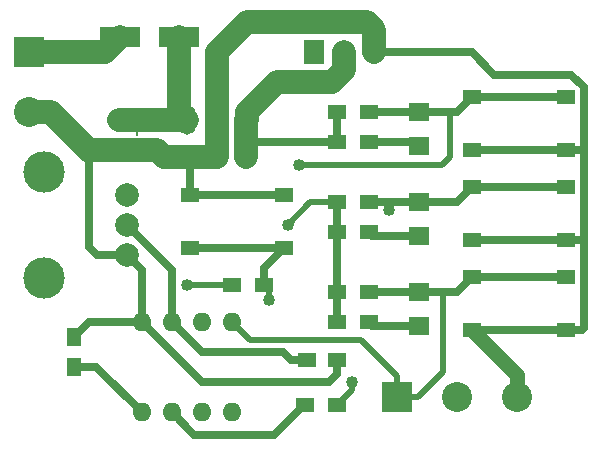
<source format=gtl>
G04 #@! TF.FileFunction,Copper,L1,Top,Signal*
%FSLAX46Y46*%
G04 Gerber Fmt 4.6, Leading zero omitted, Abs format (unit mm)*
G04 Created by KiCad (PCBNEW (2015-10-14 BZR 6269)-product) date Wednesday, October 28, 2015 'PMt' 04:42:18 PM*
%MOMM*%
G01*
G04 APERTURE LIST*
%ADD10C,0.100000*%
%ADD11C,0.150000*%
%ADD12C,1.501140*%
%ADD13R,1.250000X1.500000*%
%ADD14R,1.500000X1.250000*%
%ADD15R,3.500120X1.800860*%
%ADD16R,1.800860X1.597660*%
%ADD17O,1.600000X1.600000*%
%ADD18R,2.540000X2.540000*%
%ADD19C,2.540000*%
%ADD20R,1.727200X2.032000*%
%ADD21O,1.727200X2.032000*%
%ADD22R,1.500000X1.300000*%
%ADD23R,1.550000X1.300000*%
%ADD24O,1.501140X2.499360*%
%ADD25C,2.000000*%
%ADD26C,3.500000*%
%ADD27C,1.016000*%
%ADD28C,2.032000*%
%ADD29C,0.635000*%
%ADD30C,1.270000*%
%ADD31C,0.508000*%
G04 APERTURE END LIST*
D10*
D11*
X117094000Y-109423200D02*
X117094000Y-110490000D01*
X117602000Y-109982000D02*
X116560600Y-109982000D01*
D12*
X115570000Y-111760000D03*
X115570000Y-109220000D03*
D13*
X111760000Y-130135000D03*
X111760000Y-127635000D03*
D14*
X126325000Y-112395000D03*
X123825000Y-112395000D03*
X131485000Y-129540000D03*
X133985000Y-129540000D03*
D15*
X120650000Y-102235000D03*
X115651280Y-102235000D03*
D16*
X140970000Y-111424720D03*
X140970000Y-108585000D03*
X140970000Y-119044720D03*
X140970000Y-116205000D03*
X140970000Y-126664720D03*
X140970000Y-123825000D03*
D17*
X117475000Y-133985000D03*
X120015000Y-133985000D03*
X122555000Y-133985000D03*
X125095000Y-133985000D03*
X125095000Y-126365000D03*
X122555000Y-126365000D03*
X120015000Y-126365000D03*
X117475000Y-126365000D03*
D18*
X107950000Y-103505000D03*
D19*
X107950000Y-108585000D03*
D18*
X139065000Y-132715000D03*
D19*
X144145000Y-132715000D03*
X149225000Y-132715000D03*
D20*
X132080000Y-103505000D03*
D21*
X134620000Y-103505000D03*
X137160000Y-103505000D03*
D22*
X125095000Y-123190000D03*
X127795000Y-123190000D03*
X133985000Y-108585000D03*
X136685000Y-108585000D03*
X133985000Y-111125000D03*
X136685000Y-111125000D03*
X133985000Y-116205000D03*
X136685000Y-116205000D03*
X133985000Y-118745000D03*
X136685000Y-118745000D03*
X133985000Y-133350000D03*
X131285000Y-133350000D03*
X133985000Y-123825000D03*
X136685000Y-123825000D03*
X133985000Y-126365000D03*
X136685000Y-126365000D03*
D23*
X121590000Y-120070000D03*
X121590000Y-115570000D03*
X129540000Y-115570000D03*
X129540000Y-120070000D03*
X145415000Y-111815000D03*
X145415000Y-107315000D03*
X153365000Y-107315000D03*
X153365000Y-111815000D03*
X145415000Y-119435000D03*
X145415000Y-114935000D03*
X153365000Y-114935000D03*
X153365000Y-119435000D03*
X145415000Y-127055000D03*
X145415000Y-122555000D03*
X153365000Y-122555000D03*
X153365000Y-127055000D03*
D24*
X123825000Y-109220000D03*
X121285000Y-109220000D03*
X126365000Y-109220000D03*
D25*
X116205000Y-120650000D03*
X116205000Y-118150000D03*
X116205000Y-115650000D03*
D26*
X109205000Y-122650000D03*
X109205000Y-113650000D03*
D27*
X129847980Y-118110000D03*
X121285000Y-123190000D03*
X130810000Y-113030000D03*
X138430000Y-116840000D03*
X128270000Y-124460000D03*
X135255000Y-131445000D03*
D28*
X113030000Y-111859277D02*
X109755723Y-108585000D01*
X109755723Y-108585000D02*
X107950000Y-108585000D01*
D29*
X147320000Y-105410000D02*
X145415000Y-103505000D01*
X145415000Y-103505000D02*
X137160000Y-103505000D01*
X153816502Y-105410000D02*
X147320000Y-105410000D01*
X154885000Y-111815000D02*
X154885000Y-106478498D01*
X154885000Y-106478498D02*
X153816502Y-105410000D01*
D28*
X137160000Y-103505000D02*
X137160000Y-101600000D01*
X137160000Y-101600000D02*
X136525000Y-100965000D01*
X123825000Y-103505000D02*
X123825000Y-109220000D01*
X136525000Y-100965000D02*
X126365000Y-100965000D01*
X126365000Y-100965000D02*
X123825000Y-103505000D01*
D29*
X153365000Y-111815000D02*
X154885000Y-111815000D01*
X154885000Y-111815000D02*
X154940000Y-111760000D01*
X154940000Y-119380000D02*
X154940000Y-111760000D01*
X153365000Y-127055000D02*
X154775000Y-127055000D01*
X154775000Y-127055000D02*
X154940000Y-126890000D01*
X154940000Y-126890000D02*
X154940000Y-119380000D01*
X154940000Y-119380000D02*
X154885000Y-119435000D01*
X154885000Y-119435000D02*
X153365000Y-119435000D01*
X133340000Y-131445000D02*
X122555000Y-131445000D01*
X122555000Y-131445000D02*
X117475000Y-126365000D01*
X133985000Y-129540000D02*
X133985000Y-130800000D01*
X133985000Y-130800000D02*
X133340000Y-131445000D01*
D30*
X149225000Y-132715000D02*
X149225000Y-130865000D01*
X149225000Y-130865000D02*
X145415000Y-127055000D01*
D28*
X119380000Y-112395000D02*
X121633949Y-112395000D01*
X121633949Y-112395000D02*
X123825000Y-112395000D01*
D29*
X121590000Y-115570000D02*
X121590000Y-112438949D01*
X121590000Y-112438949D02*
X121633949Y-112395000D01*
D28*
X112930723Y-111760000D02*
X115570000Y-111760000D01*
D29*
X113030000Y-120015000D02*
X113030000Y-111859277D01*
X113030000Y-111859277D02*
X112930723Y-111760000D01*
X113680000Y-120665000D02*
X113030000Y-120015000D01*
X116220000Y-120665000D02*
X113680000Y-120665000D01*
D28*
X123825000Y-112395000D02*
X123825000Y-109220000D01*
X118745000Y-111760000D02*
X119380000Y-112395000D01*
X115570000Y-111760000D02*
X118745000Y-111760000D01*
D29*
X117475000Y-126365000D02*
X117475000Y-121920000D01*
X117475000Y-121920000D02*
X116220000Y-120665000D01*
X117475000Y-126365000D02*
X113030000Y-126365000D01*
X113030000Y-126365000D02*
X111760000Y-127635000D01*
X129540000Y-115570000D02*
X121590000Y-115570000D01*
X145415000Y-127055000D02*
X153365000Y-127055000D01*
X145415000Y-119435000D02*
X153365000Y-119435000D01*
X145415000Y-111815000D02*
X153365000Y-111815000D01*
D28*
X115570000Y-109220000D02*
X121285000Y-109220000D01*
X120650000Y-102235000D02*
X120650000Y-108585000D01*
X120650000Y-108585000D02*
X121285000Y-109220000D01*
D31*
X131752980Y-116205000D02*
X129847980Y-118110000D01*
X133985000Y-116205000D02*
X131752980Y-116205000D01*
X125095000Y-123190000D02*
X121285000Y-123190000D01*
D28*
X128905000Y-106045000D02*
X126365000Y-108585000D01*
X126365000Y-108585000D02*
X126365000Y-109220000D01*
X133608402Y-106045000D02*
X128905000Y-106045000D01*
X134620000Y-103505000D02*
X134620000Y-105033402D01*
X134620000Y-105033402D02*
X133608402Y-106045000D01*
X126325000Y-112395000D02*
X126325000Y-110793466D01*
D29*
X126656534Y-111125000D02*
X126325000Y-110793466D01*
D28*
X126325000Y-110793466D02*
X126325000Y-109260000D01*
D29*
X133985000Y-111125000D02*
X126656534Y-111125000D01*
X133985000Y-123825000D02*
X133985000Y-118745000D01*
D28*
X126325000Y-109260000D02*
X126365000Y-109220000D01*
D29*
X133985000Y-111125000D02*
X133985000Y-108585000D01*
X133985000Y-126365000D02*
X133985000Y-123825000D01*
X133985000Y-118745000D02*
X133985000Y-116205000D01*
X117475000Y-133985000D02*
X113625000Y-130135000D01*
X113625000Y-130135000D02*
X111760000Y-130135000D01*
X120015000Y-126365000D02*
X120015000Y-121960000D01*
X120015000Y-121960000D02*
X116220000Y-118165000D01*
X129465000Y-128905000D02*
X122555000Y-128905000D01*
X122555000Y-128905000D02*
X120015000Y-126365000D01*
X131485000Y-129540000D02*
X130100000Y-129540000D01*
X130100000Y-129540000D02*
X129465000Y-128905000D01*
D28*
X107950000Y-103505000D02*
X114381280Y-103505000D01*
X114381280Y-103505000D02*
X115651280Y-102235000D01*
D29*
X136685000Y-111125000D02*
X140670280Y-111125000D01*
X140670280Y-111125000D02*
X140970000Y-111424720D01*
X140970000Y-108585000D02*
X143538637Y-108585000D01*
D31*
X143538637Y-112366363D02*
X143538637Y-108585000D01*
D29*
X143538637Y-108585000D02*
X144145000Y-108585000D01*
D31*
X130810000Y-113030000D02*
X142875000Y-113030000D01*
X142875000Y-113030000D02*
X143538637Y-112366363D01*
D29*
X144145000Y-108585000D02*
X145415000Y-107315000D01*
X136685000Y-108585000D02*
X140970000Y-108585000D01*
X145415000Y-107315000D02*
X153365000Y-107315000D01*
X136984720Y-119044720D02*
X136685000Y-118745000D01*
X140970000Y-119044720D02*
X136984720Y-119044720D01*
X136685000Y-116205000D02*
X138451036Y-116205000D01*
X138451036Y-116205000D02*
X140970000Y-116205000D01*
D31*
X138430000Y-116840000D02*
X138430000Y-116226036D01*
X138430000Y-116226036D02*
X138451036Y-116205000D01*
D29*
X140970000Y-116205000D02*
X144145000Y-116205000D01*
X144145000Y-116205000D02*
X145415000Y-114935000D01*
X145415000Y-114935000D02*
X153365000Y-114935000D01*
X140970000Y-126664720D02*
X136984720Y-126664720D01*
X136984720Y-126664720D02*
X136685000Y-126365000D01*
X140970000Y-123825000D02*
X142984736Y-123825000D01*
D31*
X142984736Y-130573264D02*
X142984736Y-123825000D01*
D29*
X142984736Y-123825000D02*
X144145000Y-123825000D01*
D31*
X139065000Y-132715000D02*
X140843000Y-132715000D01*
X140843000Y-132715000D02*
X142984736Y-130573264D01*
X125095000Y-126365000D02*
X126647551Y-127917551D01*
X126647551Y-127917551D02*
X136045551Y-127917551D01*
X136045551Y-127917551D02*
X139065000Y-130937000D01*
X139065000Y-130937000D02*
X139065000Y-132715000D01*
D29*
X144145000Y-123825000D02*
X145415000Y-122555000D01*
X140970000Y-123825000D02*
X136685000Y-123825000D01*
X145415000Y-122555000D02*
X153365000Y-122555000D01*
X128645000Y-135890000D02*
X121920000Y-135890000D01*
X121920000Y-135890000D02*
X120015000Y-133985000D01*
X131285000Y-133350000D02*
X131185000Y-133350000D01*
X131185000Y-133350000D02*
X128645000Y-135890000D01*
D31*
X128270000Y-124460000D02*
X128270000Y-123665000D01*
X128270000Y-123665000D02*
X127795000Y-123190000D01*
D29*
X127795000Y-123190000D02*
X127795000Y-121815000D01*
X127795000Y-121815000D02*
X129540000Y-120070000D01*
X129540000Y-120070000D02*
X128130000Y-120070000D01*
X128130000Y-120070000D02*
X121590000Y-120070000D01*
D31*
X135255000Y-131445000D02*
X135255000Y-132080000D01*
X135255000Y-132080000D02*
X133985000Y-133350000D01*
M02*

</source>
